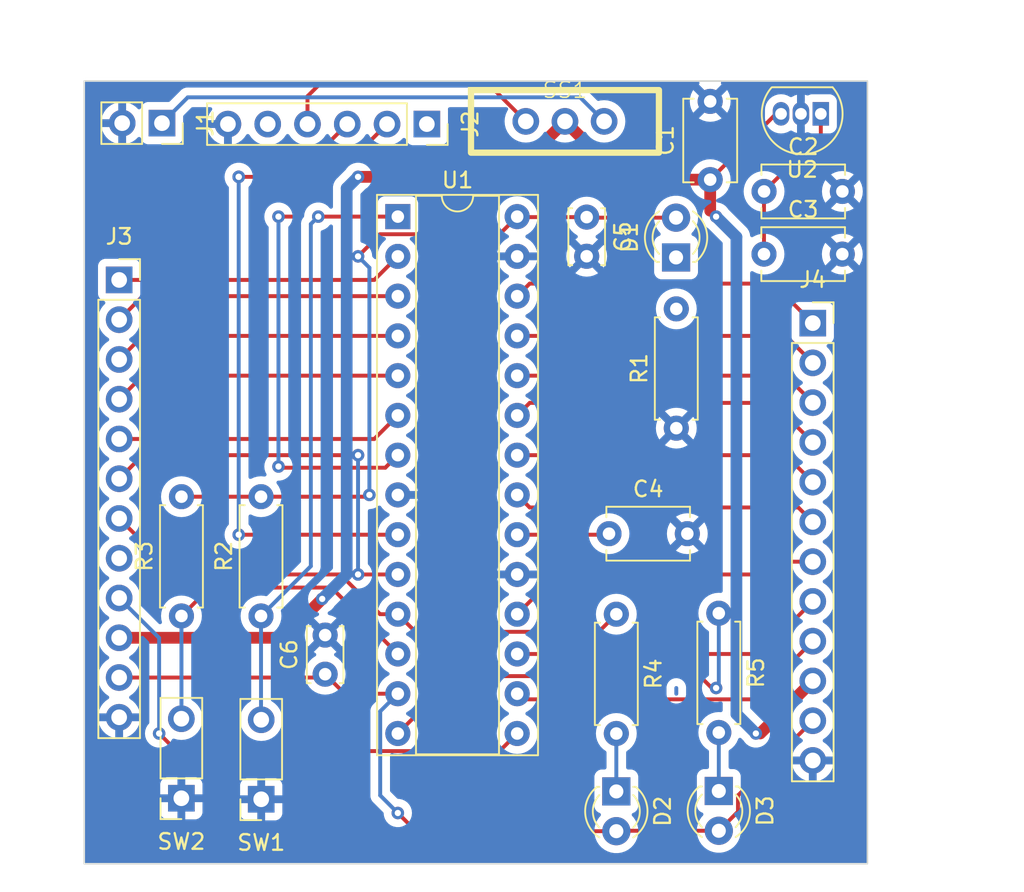
<source format=kicad_pcb>
(kicad_pcb (version 20221018) (generator pcbnew)
  (layers (0 "F.Cu" signal) (31 "B.Cu" signal) (34 "B.Paste" user) (35 "F.Paste" user) (36 "B.SilkS" user "B.Silkscreen") (37 "F.SilkS" user "F.Silkscreen") (38 "B.Mask" user) (39 "F.Mask" user) (44 "Edge.Cuts" user))
  (net 0 "")
  (net 1 "/Vin")
  (net 2 "GND")
  (net 3 "+3.3V")
  (net 4 "Net-(U1-VCAP)")
  (net 5 "Net-(D1-K)")
  (net 6 "Net-(D2-K)")
  (net 7 "Net-(D3-K)")
  (net 8 "Net-(J1-Pin_1)")
  (net 10 "/U1TX")
  (net 11 "/U1RX")
  (net 12 "+5V")
  (net 14 "/A0")
  (net 15 "/A1")
  (net 16 "/B0")
  (net 17 "/B1")
  (net 18 "/B2")
  (net 19 "/GREEN")
  (net 20 "/ YELLOW")
  (net 21 "/B6")
  (net 22 "/B15")
  (net 23 "/B14")
  (net 24 "/B13")
  (net 25 "/B12")
  (net 26 "/B11")
  (net 27 "/B10")
  (net 28 "/B9")
  (net 29 "/B8")
  (net 30 "/B7")
  (net 31 "/MCLR")
  (net 32 "/USER")
  (net 33 "/YELLOW")
  (footprint "Capacitor_THT:C_Disc_D5.1mm_W3.2mm_P5.00mm" (layer "F.Cu") (at 183.39847 76.056058)
    (fp_text reference "C3" (at 2.5 -2.85) (layer "F.SilkS"))
    (fp_text value "1 uF")
    (fp_line (start -0.17 -1.721) (end -0.17 -1.055) (stroke (width 0.12)) (layer "F.SilkS"))
    (fp_line (start -0.17 -1.721) (end 5.17 -1.721) (stroke (width 0.12)) (layer "F.SilkS"))
    (fp_line (start -0.17 1.055) (end -0.17 1.721) (stroke (width 0.12)) (layer "F.SilkS"))
    (fp_line (start -0.17 1.721) (end 5.17 1.721) (stroke (width 0.12)) (layer "F.SilkS"))
    (fp_line (start 5.17 -1.721) (end 5.17 -1.055) (stroke (width 0.12)) (layer "F.SilkS"))
    (fp_line (start 5.17 1.055) (end 5.17 1.721) (stroke (width 0.12)) (layer "F.SilkS"))
    (pad "1" thru_hole circle (at 0 0) (size 1.6 1.6) (drill 0.8) (layers "*.Cu" "*.Mask") (net 3 "+3.3V"))
    (pad "2" thru_hole circle (at 5 0) (size 1.6 1.6) (drill 0.8) (layers "*.Cu" "*.Mask") (net 2 "GND"))
  )
  (footprint "Package_DIP:DIP-28_W7.62mm_Socket" (layer "F.Cu") (at 160.02 73.66)
    (fp_text reference "U1" (at 3.81 -2.33) (layer "F.SilkS"))
    (fp_text value "PIC32")
    (fp_line (start -1.33 -1.39) (end -1.33 34.41) (stroke (width 0.12)) (layer "F.SilkS"))
    (fp_line (start -1.33 34.41) (end 8.95 34.41) (stroke (width 0.12)) (layer "F.SilkS"))
    (fp_line (start 1.16 -1.33) (end 1.16 34.35) (stroke (width 0.12)) (layer "F.SilkS"))
    (fp_line (start 1.16 34.35) (end 6.46 34.35) (stroke (width 0.12)) (layer "F.SilkS"))
    (fp_line (start 2.81 -1.33) (end 1.16 -1.33) (stroke (width 0.12)) (layer "F.SilkS"))
    (fp_line (start 6.46 -1.33) (end 4.81 -1.33) (stroke (width 0.12)) (layer "F.SilkS"))
    (fp_line (start 6.46 34.35) (end 6.46 -1.33) (stroke (width 0.12)) (layer "F.SilkS"))
    (fp_line (start 8.95 -1.39) (end -1.33 -1.39) (stroke (width 0.12)) (layer "F.SilkS"))
    (fp_line (start 8.95 34.41) (end 8.95 -1.39) (stroke (width 0.12)) (layer "F.SilkS"))
    (fp_arc (start 4.81 -1.33) (mid 3.81 -0.33) (end 2.81 -1.33) (stroke (width 0.12)) (layer "F.SilkS"))
    (pad "1" thru_hole rect (at 0 0) (size 1.6 1.6) (drill 0.8) (layers "*.Cu" "*.Mask") (net 31 "/MCLR"))
    (pad "2" thru_hole oval (at 0 2.54) (size 1.6 1.6) (drill 0.8) (layers "*.Cu" "*.Mask") (net 14 "/A0"))
    (pad "3" thru_hole oval (at 0 5.08) (size 1.6 1.6) (drill 0.8) (layers "*.Cu" "*.Mask") (net 15 "/A1"))
    (pad "4" thru_hole oval (at 0 7.62) (size 1.6 1.6) (drill 0.8) (layers "*.Cu" "*.Mask") (net 16 "/B0"))
    (pad "5" thru_hole oval (at 0 10.16) (size 1.6 1.6) (drill 0.8) (layers "*.Cu" "*.Mask") (net 17 "/B1"))
    (pad "6" thru_hole oval (at 0 12.7) (size 1.6 1.6) (drill 0.8) (layers "*.Cu" "*.Mask") (net 18 "/B2"))
    (pad "7" thru_hole oval (at 0 15.24) (size 1.6 1.6) (drill 0.8) (layers "*.Cu" "*.Mask") (net 10 "/U1TX"))
    (pad "8" thru_hole oval (at 0 17.78) (size 1.6 1.6) (drill 0.8) (layers "*.Cu" "*.Mask") (net 2 "GND"))
    (pad "9" thru_hole oval (at 0 20.32) (size 1.6 1.6) (drill 0.8) (layers "*.Cu" "*.Mask") (net 11 "/U1RX"))
    (pad "10" thru_hole oval (at 0 22.86) (size 1.6 1.6) (drill 0.8) (layers "*.Cu" "*.Mask") (net 1 "/Vin"))
    (pad "11" thru_hole oval (at 0 25.4) (size 1.6 1.6) (drill 0.8) (layers "*.Cu" "*.Mask") (net 19 "/GREEN"))
    (pad "12" thru_hole oval (at 0 27.94) (size 1.6 1.6) (drill 0.8) (layers "*.Cu" "*.Mask") (net 32 "/USER"))
    (pad "13" thru_hole oval (at 0 30.48) (size 1.6 1.6) (drill 0.8) (layers "*.Cu" "*.Mask") (net 3 "+3.3V"))
    (pad "14" thru_hole oval (at 0 33.02) (size 1.6 1.6) (drill 0.8) (layers "*.Cu" "*.Mask") (net 1 "/Vin"))
    (pad "15" thru_hole oval (at 7.62 33.02) (size 1.6 1.6) (drill 0.8) (layers "*.Cu" "*.Mask") (net 21 "/B6"))
    (pad "16" thru_hole oval (at 7.62 30.48) (size 1.6 1.6) (drill 0.8) (layers "*.Cu" "*.Mask") (net 30 "/B7"))
    (pad "17" thru_hole oval (at 7.62 27.94) (size 1.6 1.6) (drill 0.8) (layers "*.Cu" "*.Mask") (net 29 "/B8"))
    (pad "18" thru_hole oval (at 7.62 25.4) (size 1.6 1.6) (drill 0.8) (layers "*.Cu" "*.Mask") (net 28 "/B9"))
    (pad "19" thru_hole oval (at 7.62 22.86) (size 1.6 1.6) (drill 0.8) (layers "*.Cu" "*.Mask") (net 2 "GND"))
    (pad "20" thru_hole oval (at 7.62 20.32) (size 1.6 1.6) (drill 0.8) (layers "*.Cu" "*.Mask") (net 4 "Net-(U1-VCAP)"))
    (pad "21" thru_hole oval (at 7.62 17.78) (size 1.6 1.6) (drill 0.8) (layers "*.Cu" "*.Mask") (net 27 "/B10"))
    (pad "22" thru_hole oval (at 7.62 15.24) (size 1.6 1.6) (drill 0.8) (layers "*.Cu" "*.Mask") (net 26 "/B11"))
    (pad "23" thru_hole oval (at 7.62 12.7) (size 1.6 1.6) (drill 0.8) (layers "*.Cu" "*.Mask") (net 25 "/B12"))
    (pad "24" thru_hole oval (at 7.62 10.16) (size 1.6 1.6) (drill 0.8) (layers "*.Cu" "*.Mask") (net 24 "/B13"))
    (pad "25" thru_hole oval (at 7.62 7.62) (size 1.6 1.6) (drill 0.8) (layers "*.Cu" "*.Mask") (net 23 "/B14"))
    (pad "26" thru_hole oval (at 7.62 5.08) (size 1.6 1.6) (drill 0.8) (layers "*.Cu" "*.Mask") (net 22 "/B15"))
    (pad "27" thru_hole oval (at 7.62 2.54) (size 1.6 1.6) (drill 0.8) (layers "*.Cu" "*.Mask") (net 2 "GND"))
    (pad "28" thru_hole oval (at 7.62 0) (size 1.6 1.6) (drill 0.8) (layers "*.Cu" "*.Mask") (net 1 "/Vin"))
  )
  (footprint "HW4_FootprintLibrary:PushButton" (layer "F.Cu") (at 146.199263 110.81721 180)
    (fp_text reference "SW2" (at 0 -2.77) (layer "F.SilkS"))
    (fp_text value "USER")
    (fp_line (start -1.33 1.27) (end -1.33 6.41) (stroke (width 0.12)) (layer "F.SilkS"))
    (fp_line (start -1.33 1.27) (end 1.33 1.27) (stroke (width 0.12)) (layer "F.SilkS"))
    (fp_line (start -1.33 6.41) (end 1.33 6.41) (stroke (width 0.12)) (layer "F.SilkS"))
    (fp_line (start 0 -1.33) (end 1.33 -1.33) (stroke (width 0.12)) (layer "F.SilkS"))
    (fp_line (start 1.33 -1.33) (end 1.33 0) (stroke (width 0.12)) (layer "F.SilkS"))
    (fp_line (start 1.33 1.27) (end 1.33 6.41) (stroke (width 0.12)) (layer "F.SilkS"))
    (pad "1" thru_hole rect (at 0 0 180) (size 1.7 1.7) (drill 1) (layers "*.Cu" "*.Mask") (net 2 "GND"))
    (pad "2" thru_hole oval (at 0 5.08 180) (size 1.7 1.7) (drill 1) (layers "*.Cu" "*.Mask") (net 32 "/USER"))
  )
  (footprint "HW4_FootprintLibrary:PushButton" (layer "F.Cu") (at 151.298146 110.88258 180)
    (fp_text reference "SW1" (at 0 -2.77) (layer "F.SilkS"))
    (fp_text value "MCLR")
    (fp_line (start -1.33 1.27) (end -1.33 6.41) (stroke (width 0.12)) (layer "F.SilkS"))
    (fp_line (start -1.33 1.27) (end 1.33 1.27) (stroke (width 0.12)) (layer "F.SilkS"))
    (fp_line (start -1.33 6.41) (end 1.33 6.41) (stroke (width 0.12)) (layer "F.SilkS"))
    (fp_line (start 0 -1.33) (end 1.33 -1.33) (stroke (width 0.12)) (layer "F.SilkS"))
    (fp_line (start 1.33 -1.33) (end 1.33 0) (stroke (width 0.12)) (layer "F.SilkS"))
    (fp_line (start 1.33 1.27) (end 1.33 6.41) (stroke (width 0.12)) (layer "F.SilkS"))
    (pad "1" thru_hole rect (at 0 0 180) (size 1.7 1.7) (drill 1) (layers "*.Cu" "*.Mask") (net 2 "GND"))
    (pad "2" thru_hole oval (at 0 5.08 180) (size 1.7 1.7) (drill 1) (layers "*.Cu" "*.Mask") (net 31 "/MCLR"))
  )
  (footprint "Capacitor_THT:C_Disc_D5.1mm_W3.2mm_P5.00mm" (layer "F.Cu") (at 179.964017 71.298434 90)
    (fp_text reference "C1" (at 2.5 -2.85 90) (layer "F.SilkS"))
    (fp_text value "1 uF")
    (fp_line (start -0.17 -1.721) (end -0.17 -1.055) (stroke (width 0.12)) (layer "F.SilkS"))
    (fp_line (start -0.17 -1.721) (end 5.17 -1.721) (stroke (width 0.12)) (layer "F.SilkS"))
    (fp_line (start -0.17 1.055) (end -0.17 1.721) (stroke (width 0.12)) (layer "F.SilkS"))
    (fp_line (start -0.17 1.721) (end 5.17 1.721) (stroke (width 0.12)) (layer "F.SilkS"))
    (fp_line (start 5.17 -1.721) (end 5.17 -1.055) (stroke (width 0.12)) (layer "F.SilkS"))
    (fp_line (start 5.17 1.055) (end 5.17 1.721) (stroke (width 0.12)) (layer "F.SilkS"))
    (pad "1" thru_hole circle (at 0 0 90) (size 1.6 1.6) (drill 0.8) (layers "*.Cu" "*.Mask") (net 1 "/Vin"))
    (pad "2" thru_hole circle (at 5 0 90) (size 1.6 1.6) (drill 0.8) (layers "*.Cu" "*.Mask") (net 2 "GND"))
  )
  (footprint "LED_THT:LED_D3.0mm" (layer "F.Cu") (at 180.513538 110.354253 -90)
    (fp_text reference "D3" (at 1.27 -2.96 90) (layer "F.SilkS"))
    (fp_text value "YELLOW")
    (fp_line (start -0.29 -1.236) (end -0.29 -1.08) (stroke (width 0.12)) (layer "F.SilkS"))
    (fp_line (start -0.29 1.08) (end -0.29 1.236) (stroke (width 0.12)) (layer "F.SilkS"))
    (fp_arc (start -0.29 -1.235516) (mid 1.366487 -1.987659) (end 2.942335 -1.078608) (stroke (width 0.12)) (layer "F.SilkS"))
    (fp_arc (start 0.229039 -1.08) (mid 1.270117 -1.5) (end 2.31113 -1.079837) (stroke (width 0.12)) (layer "F.SilkS"))
    (fp_arc (start 2.31113 1.079837) (mid 1.270117 1.5) (end 0.229039 1.08) (stroke (width 0.12)) (layer "F.SilkS"))
    (fp_arc (start 2.942335 1.078608) (mid 1.366487 1.987659) (end -0.29 1.235516) (stroke (width 0.12)) (layer "F.SilkS"))
    (pad "1" thru_hole rect (at 0 0 270) (size 1.8 1.8) (drill 0.9) (layers "*.Cu" "*.Mask") (net 7 "Net-(D3-K)"))
    (pad "2" thru_hole circle (at 2.54 0 270) (size 1.8 1.8) (drill 0.9) (layers "*.Cu" "*.Mask") (net 3 "+3.3V"))
  )
  (footprint "Connector_PinSocket_2.54mm:PinSocket_1x06_P2.54mm_Vertical" (layer "F.Cu") (at 161.872827 67.749445 -90)
    (fp_text reference "J2" (at 0 -2.77 90) (layer "F.SilkS"))
    (fp_text value "CP2102")
    (fp_line (start -1.33 1.27) (end -1.33 14.03) (stroke (width 0.12)) (layer "F.SilkS"))
    (fp_line (start -1.33 1.27) (end 1.33 1.27) (stroke (width 0.12)) (layer "F.SilkS"))
    (fp_line (start -1.33 14.03) (end 1.33 14.03) (stroke (width 0.12)) (layer "F.SilkS"))
    (fp_line (start 0 -1.33) (end 1.33 -1.33) (stroke (width 0.12)) (layer "F.SilkS"))
    (fp_line (start 1.33 -1.33) (end 1.33 0) (stroke (width 0.12)) (layer "F.SilkS"))
    (fp_line (start 1.33 1.27) (end 1.33 14.03) (stroke (width 0.12)) (layer "F.SilkS"))
    (pad "1" thru_hole rect (at 0 0 270) (size 1.7 1.7) (drill 1) (layers "*.Cu" "*.Mask"))
    (pad "2" thru_hole oval (at 0 2.54 270) (size 1.7 1.7) (drill 1) (layers "*.Cu" "*.Mask") (net 10 "/U1TX"))
    (pad "3" thru_hole oval (at 0 5.08 270) (size 1.7 1.7) (drill 1) (layers "*.Cu" "*.Mask") (net 11 "/U1RX"))
    (pad "4" thru_hole oval (at 0 7.62 270) (size 1.7 1.7) (drill 1) (layers "*.Cu" "*.Mask") (net 12 "+5V"))
    (pad "5" thru_hole oval (at 0 10.16 270) (size 1.7 1.7) (drill 1) (layers "*.Cu" "*.Mask"))
    (pad "6" thru_hole oval (at 0 12.7 270) (size 1.7 1.7) (drill 1) (layers "*.Cu" "*.Mask") (net 2 "GND"))
  )
  (footprint "Capacitor_THT:C_Disc_D3.4mm_W2.1mm_P2.50mm" (layer "F.Cu") (at 172.07851 73.692196 -90)
    (fp_text reference "C5" (at 1.25 -2.3 90) (layer "F.SilkS"))
    (fp_text value "0.1 uF")
    (fp_line (start -0.57 -1.17) (end -0.57 -0.925) (stroke (width 0.12)) (layer "F.SilkS"))
    (fp_line (start -0.57 -1.17) (end 3.07 -1.17) (stroke (width 0.12)) (layer "F.SilkS"))
    (fp_line (start -0.57 0.925) (end -0.57 1.17) (stroke (width 0.12)) (layer "F.SilkS"))
    (fp_line (start -0.57 1.17) (end 3.07 1.17) (stroke (width 0.12)) (layer "F.SilkS"))
    (fp_line (start 3.07 -1.17) (end 3.07 -0.925) (stroke (width 0.12)) (layer "F.SilkS"))
    (fp_line (start 3.07 0.925) (end 3.07 1.17) (stroke (width 0.12)) (layer "F.SilkS"))
    (pad "1" thru_hole circle (at 0 0 270) (size 1.6 1.6) (drill 0.8) (layers "*.Cu" "*.Mask") (net 1 "/Vin"))
    (pad "2" thru_hole circle (at 2.5 0 270) (size 1.6 1.6) (drill 0.8) (layers "*.Cu" "*.Mask") (net 2 "GND"))
  )
  (footprint "Resistor_THT:R_Axial_DIN0207_L6.3mm_D2.5mm_P7.62mm_Horizontal" (layer "F.Cu") (at 177.799999 87.174932 90)
    (fp_text reference "R1" (at 3.81 -2.37 90) (layer "F.SilkS"))
    (fp_text value "330")
    (fp_line (start 0.54 -1.37) (end 7.08 -1.37) (stroke (width 0.12)) (layer "F.SilkS"))
    (fp_line (start 0.54 -1.04) (end 0.54 -1.37) (stroke (width 0.12)) (layer "F.SilkS"))
    (fp_line (start 0.54 1.04) (end 0.54 1.37) (stroke (width 0.12)) (layer "F.SilkS"))
    (fp_line (start 0.54 1.37) (end 7.08 1.37) (stroke (width 0.12)) (layer "F.SilkS"))
    (fp_line (start 7.08 -1.37) (end 7.08 -1.04) (stroke (width 0.12)) (layer "F.SilkS"))
    (fp_line (start 7.08 1.37) (end 7.08 1.04) (stroke (width 0.12)) (layer "F.SilkS"))
    (pad "1" thru_hole circle (at 0 0 90) (size 1.6 1.6) (drill 0.8) (layers "*.Cu" "*.Mask") (net 2 "GND"))
    (pad "2" thru_hole oval (at 7.62 0 90) (size 1.6 1.6) (drill 0.8) (layers "*.Cu" "*.Mask") (net 5 "Net-(D1-K)"))
  )
  (footprint "LED_THT:LED_D3.0mm" (layer "F.Cu") (at 173.970788 110.38029 -90)
    (fp_text reference "D2" (at 1.27 -2.96 90) (layer "F.SilkS"))
    (fp_text value "GREEN")
    (fp_line (start -0.29 -1.236) (end -0.29 -1.08) (stroke (width 0.12)) (layer "F.SilkS"))
    (fp_line (start -0.29 1.08) (end -0.29 1.236) (stroke (width 0.12)) (layer "F.SilkS"))
    (fp_arc (start -0.29 -1.235516) (mid 1.366487 -1.987659) (end 2.942335 -1.078608) (stroke (width 0.12)) (layer "F.SilkS"))
    (fp_arc (start 0.229039 -1.08) (mid 1.270117 -1.5) (end 2.31113 -1.079837) (stroke (width 0.12)) (layer "F.SilkS"))
    (fp_arc (start 2.31113 1.079837) (mid 1.270117 1.5) (end 0.229039 1.08) (stroke (width 0.12)) (layer "F.SilkS"))
    (fp_arc (start 2.942335 1.078608) (mid 1.366487 1.987659) (end -0.29 1.235516) (stroke (width 0.12)) (layer "F.SilkS"))
    (pad "1" thru_hole rect (at 0 0 270) (size 1.8 1.8) (drill 0.9) (layers "*.Cu" "*.Mask") (net 6 "Net-(D2-K)"))
    (pad "2" thru_hole circle (at 2.54 0 270) (size 1.8 1.8) (drill 0.9) (layers "*.Cu" "*.Mask") (net 3 "+3.3V"))
  )
  (footprint "Resistor_THT:R_Axial_DIN0207_L6.3mm_D2.5mm_P7.62mm_Horizontal" (layer "F.Cu") (at 146.205337 99.172314 90)
    (fp_text reference "R3" (at 3.81 -2.37 90) (layer "F.SilkS"))
    (fp_text value "10k")
    (fp_line (start 0.54 -1.37) (end 7.08 -1.37) (stroke (width 0.12)) (layer "F.SilkS"))
    (fp_line (start 0.54 -1.04) (end 0.54 -1.37) (stroke (width 0.12)) (layer "F.SilkS"))
    (fp_line (start 0.54 1.04) (end 0.54 1.37) (stroke (width 0.12)) (layer "F.SilkS"))
    (fp_line (start 0.54 1.37) (end 7.08 1.37) (stroke (width 0.12)) (layer "F.SilkS"))
    (fp_line (start 7.08 -1.37) (end 7.08 -1.04) (stroke (width 0.12)) (layer "F.SilkS"))
    (fp_line (start 7.08 1.37) (end 7.08 1.04) (stroke (width 0.12)) (layer "F.SilkS"))
    (pad "1" thru_hole circle (at 0 0 90) (size 1.6 1.6) (drill 0.8) (layers "*.Cu" "*.Mask") (net 32 "/USER"))
    (pad "2" thru_hole oval (at 7.62 0 90) (size 1.6 1.6) (drill 0.8) (layers "*.Cu" "*.Mask") (net 1 "/Vin"))
  )
  (footprint "Connector_PinSocket_2.54mm:PinSocket_1x12_P2.54mm_Vertical" (layer "F.Cu") (at 142.227964 77.705492)
    (fp_text reference "J3" (at 0 -2.77) (layer "F.SilkS"))
    (fp_text value "LEFT")
    (fp_line (start -1.33 1.27) (end -1.33 29.27) (stroke (width 0.12)) (layer "F.SilkS"))
    (fp_line (start -1.33 1.27) (end 1.33 1.27) (stroke (width 0.12)) (layer "F.SilkS"))
    (fp_line (start -1.33 29.27) (end 1.33 29.27) (stroke (width 0.12)) (layer "F.SilkS"))
    (fp_line (start 0 -1.33) (end 1.33 -1.33) (stroke (width 0.12)) (layer "F.SilkS"))
    (fp_line (start 1.33 -1.33) (end 1.33 0) (stroke (width 0.12)) (layer "F.SilkS"))
    (fp_line (start 1.33 1.27) (end 1.33 29.27) (stroke (width 0.12)) (layer "F.SilkS"))
    (pad "1" thru_hole rect (at 0 0) (size 1.7 1.7) (drill 1) (layers "*.Cu" "*.Mask") (net 14 "/A0"))
    (pad "2" thru_hole oval (at 0 2.54) (size 1.7 1.7) (drill 1) (layers "*.Cu" "*.Mask") (net 15 "/A1"))
    (pad "3" thru_hole oval (at 0 5.08) (size 1.7 1.7) (drill 1) (layers "*.Cu" "*.Mask") (net 16 "/B0"))
    (pad "4" thru_hole oval (at 0 7.62) (size 1.7 1.7) (drill 1) (layers "*.Cu" "*.Mask") (net 17 "/B1"))
    (pad "5" thru_hole oval (at 0 10.16) (size 1.7 1.7) (drill 1) (layers "*.Cu" "*.Mask") (net 18 "/B2"))
    (pad "6" thru_hole oval (at 0 12.7) (size 1.7 1.7) (drill 1) (layers "*.Cu" "*.Mask") (net 1 "/Vin"))
    (pad "7" thru_hole oval (at 0 15.24) (size 1.7 1.7) (drill 1) (layers "*.Cu" "*.Mask") (net 19 "/GREEN"))
    (pad "8" thru_hole oval (at 0 17.78) (size 1.7 1.7) (drill 1) (layers "*.Cu" "*.Mask") (net 20 "/ YELLOW"))
    (pad "9" thru_hole oval (at 0 20.32) (size 1.7 1.7) (drill 1) (layers "*.Cu" "*.Mask") (net 21 "/B6"))
    (pad "10" thru_hole oval (at 0 22.86) (size 1.7 1.7) (drill 1) (layers "*.Cu" "*.Mask") (net 1 "/Vin"))
    (pad "11" thru_hole oval (at 0 25.4) (size 1.7 1.7) (drill 1) (layers "*.Cu" "*.Mask") (net 3 "+3.3V"))
    (pad "12" thru_hole oval (at 0 27.94) (size 1.7 1.7) (drill 1) (layers "*.Cu" "*.Mask") (net 2 "GND"))
  )
  (footprint "Package_TO_SOT_THT:TO-92L_Inline" (layer "F.Cu") (at 187.026846 67.094734 180)
    (fp_text reference "U2" (at 1.19 -3.56) (layer "F.SilkS"))
    (fp_text value "AP7381-33V")
    (fp_line (start -0.75 1.7) (end 3.1 1.7) (stroke (width 0.12)) (layer "F.SilkS"))
    (fp_arc (start -0.75 1.7) (mid 1.183448 -2.579449) (end 3.138611 1.690122) (stroke (width 0.12)) (layer "F.SilkS"))
    (pad "1" thru_hole rect (at 0 0 180) (size 1.05 1.5) (drill 0.75) (layers "*.Cu" "*.Mask") (net 3 "+3.3V"))
    (pad "2" thru_hole oval (at 1.27 0 180) (size 1.05 1.5) (drill 0.75) (layers "*.Cu" "*.Mask") (net 2 "GND"))
    (pad "3" thru_hole oval (at 2.54 0 180) (size 1.05 1.5) (drill 0.75) (layers "*.Cu" "*.Mask") (net 1 "/Vin"))
  )
  (footprint "Capacitor_THT:C_Disc_D5.1mm_W3.2mm_P5.00mm" (layer "F.Cu") (at 183.403497 72.05119)
    (fp_text reference "C2" (at 2.5 -2.85) (layer "F.SilkS"))
    (fp_text value "1 uF")
    (fp_line (start -0.17 -1.721) (end -0.17 -1.055) (stroke (width 0.12)) (layer "F.SilkS"))
    (fp_line (start -0.17 -1.721) (end 5.17 -1.721) (stroke (width 0.12)) (layer "F.SilkS"))
    (fp_line (start -0.17 1.055) (end -0.17 1.721) (stroke (width 0.12)) (layer "F.SilkS"))
    (fp_line (start -0.17 1.721) (end 5.17 1.721) (stroke (width 0.12)) (layer "F.SilkS"))
    (fp_line (start 5.17 -1.721) (end 5.17 -1.055) (stroke (width 0.12)) (layer "F.SilkS"))
    (fp_line (start 5.17 1.055) (end 5.17 1.721) (stroke (width 0.12)) (layer "F.SilkS"))
    (pad "1" thru_hole circle (at 0 0) (size 1.6 1.6) (drill 0.8) (layers "*.Cu" "*.Mask") (net 3 "+3.3V"))
    (pad "2" thru_hole circle (at 5 0) (size 1.6 1.6) (drill 0.8) (layers "*.Cu" "*.Mask") (net 2 "GND"))
  )
  (footprint "Capacitor_THT:C_Disc_D5.1mm_W3.2mm_P5.00mm" (layer "F.Cu") (at 173.503559 93.915536)
    (fp_text reference "C4" (at 2.5 -2.85) (layer "F.SilkS"))
    (fp_text value "1 uF")
    (fp_line (start -0.17 -1.721) (end -0.17 -1.055) (stroke (width 0.12)) (layer "F.SilkS"))
    (fp_line (start -0.17 -1.721) (end 5.17 -1.721) (stroke (width 0.12)) (layer "F.SilkS"))
    (fp_line (start -0.17 1.055) (end -0.17 1.721) (stroke (width 0.12)) (layer "F.SilkS"))
    (fp_line (start -0.17 1.721) (end 5.17 1.721) (stroke (width 0.12)) (layer "F.SilkS"))
    (fp_line (start 5.17 -1.721) (end 5.17 -1.055) (stroke (width 0.12)) (layer "F.SilkS"))
    (fp_line (start 5.17 1.055) (end 5.17 1.721) (stroke (width 0.12)) (layer "F.SilkS"))
    (pad "1" thru_hole circle (at 0 0) (size 1.6 1.6) (drill 0.8) (layers "*.Cu" "*.Mask") (net 4 "Net-(U1-VCAP)"))
    (pad "2" thru_hole circle (at 5 0) (size 1.6 1.6) (drill 0.8) (layers "*.Cu" "*.Mask") (net 2 "GND"))
  )
  (footprint "Resistor_THT:R_Axial_DIN0207_L6.3mm_D2.5mm_P7.62mm_Horizontal" (layer "F.Cu") (at 180.513538 98.99617 -90)
    (fp_text reference "R5" (at 3.81 -2.37 90) (layer "F.SilkS"))
    (fp_text value "330")
    (fp_line (start 0.54 -1.37) (end 7.08 -1.37) (stroke (width 0.12)) (layer "F.SilkS"))
    (fp_line (start 0.54 -1.04) (end 0.54 -1.37) (stroke (width 0.12)) (layer "F.SilkS"))
    (fp_line (start 0.54 1.04) (end 0.54 1.37) (stroke (width 0.12)) (layer "F.SilkS"))
    (fp_line (start 0.54 1.37) (end 7.08 1.37) (stroke (width 0.12)) (layer "F.SilkS"))
    (fp_line (start 7.08 -1.37) (end 7.08 -1.04) (stroke (width 0.12)) (layer "F.SilkS"))
    (fp_line (start 7.08 1.37) (end 7.08 1.04) (stroke (width 0.12)) (layer "F.SilkS"))
    (pad "1" thru_hole circle (at 0 0 270) (size 1.6 1.6) (drill 0.8) (layers "*.Cu" "*.Mask") (net 1 "/Vin"))
    (pad "2" thru_hole oval (at 7.62 0 270) (size 1.6 1.6) (drill 0.8) (layers "*.Cu" "*.Mask") (net 7 "Net-(D3-K)"))
  )
  (footprint "HW4_FootprintLibrary:SlideSwitch" (layer "F.Cu") (at 170.69176 67.576324)
    (fp_text reference "SS1" (at 0 -2 unlocked) (layer "F.SilkS") (effects (font (thickness 0.1))))
    (fp_text value "SLIDE")
    (fp_rect (start -6 -2) (end 6 2) (stroke (width 0.4)) (fill none) (layer "F.SilkS"))
    (pad "1" thru_hole circle (at -2.5 0) (size 1.7 1.7) (drill 1) (layers "*.Cu" "*.Mask") (net 12 "+5V"))
    (pad "2" thru_hole circle (at 0 0) (size 1.7 1.7) (drill 1) (layers "*.Cu" "*.Mask") (net 1 "/Vin"))
    (pad "3" thru_hole circle (at 2.5 0) (size 1.7 1.7) (drill 1) (layers "*.Cu" "*.Mask") (net 8 "Net-(J1-Pin_1)"))
  )
  (footprint "LED_THT:LED_D3.0mm" (layer "F.Cu") (at 177.784393 76.267525 90)
    (fp_text reference "D1" (at 1.27 -2.96 90) (layer "F.SilkS"))
    (fp_text value "RED")
    (fp_line (start -0.29 -1.236) (end -0.29 -1.08) (stroke (width 0.12)) (layer "F.SilkS"))
    (fp_line (start -0.29 1.08) (end -0.29 1.236) (stroke (width 0.12)) (layer "F.SilkS"))
    (fp_arc (start -0.29 -1.235516) (mid 1.366487 -1.987659) (end 2.942335 -1.078608) (stroke (width 0.12)) (layer "F.SilkS"))
    (fp_arc (start 0.229039 -1.08) (mid 1.270117 -1.5) (end 2.31113 -1.079837) (stroke (width 0.12)) (layer "F.SilkS"))
    (fp_arc (start 2.31113 1.079837) (mid 1.270117 1.5) (end 0.229039 1.08) (stroke (width 0.12)) (layer "F.SilkS"))
    (fp_arc (start 2.942335 1.078608) (mid 1.366487 1.987659) (end -0.29 1.235516) (stroke (width 0.12)) (layer "F.SilkS"))
    (pad "1" thru_hole rect (at 0 0 90) (size 1.8 1.8) (drill 0.9) (layers "*.Cu" "*.Mask") (net 5 "Net-(D1-K)"))
    (pad "2" thru_hole circle (at 2.54 0 90) (size 1.8 1.8) (drill 0.9) (layers "*.Cu" "*.Mask") (net 1 "/Vin"))
  )
  (footprint "Connector_PinSocket_2.54mm:PinSocket_1x02_P2.54mm_Vertical" (layer "F.Cu") (at 144.961617 67.688714 -90)
    (fp_text reference "J1" (at 0 -2.77 90) (layer "F.SilkS"))
    (fp_text value "BATTERY")
    (fp_line (start -1.33 1.27) (end -1.33 3.87) (stroke (width 0.12)) (layer "F.SilkS"))
    (fp_line (start -1.33 1.27) (end 1.33 1.27) (stroke (width 0.12)) (layer "F.SilkS"))
    (fp_line (start -1.33 3.87) (end 1.33 3.87) (stroke (width 0.12)) (layer "F.SilkS"))
    (fp_line (start 0 -1.33) (end 1.33 -1.33) (stroke (width 0.12)) (layer "F.SilkS"))
    (fp_line (start 1.33 -1.33) (end 1.33 0) (stroke (width 0.12)) (layer "F.SilkS"))
    (fp_line (start 1.33 1.27) (end 1.33 3.87) (stroke (width 0.12)) (layer "F.SilkS"))
    (pad "1" thru_hole rect (at 0 0 270) (size 1.7 1.7) (drill 1) (layers "*.Cu" "*.Mask") (net 8 "Net-(J1-Pin_1)"))
    (pad "2" thru_hole oval (at 0 2.54 270) (size 1.7 1.7) (drill 1) (layers "*.Cu" "*.Mask") (net 2 "GND"))
  )
  (footprint "Resistor_THT:R_Axial_DIN0207_L6.3mm_D2.5mm_P7.62mm_Horizontal" (layer "F.Cu") (at 151.285337 99.172314 90)
    (fp_text reference "R2" (at 3.81 -2.37 90) (layer "F.SilkS"))
    (fp_text value "10k")
    (fp_line (start 0.54 -1.37) (end 7.08 -1.37) (stroke (width 0.12)) (layer "F.SilkS"))
    (fp_line (start 0.54 -1.04) (end 0.54 -1.37) (stroke (width 0.12)) (layer "F.SilkS"))
    (fp_line (start 0.54 1.04) (end 0.54 1.37) (stroke (width 0.12)) (layer "F.SilkS"))
    (fp_line (start 0.54 1.37) (end 7.08 1.37) (stroke (width 0.12)) (layer "F.SilkS"))
    (fp_line (start 7.08 -1.37) (end 7.08 -1.04) (stroke (width 0.12)) (layer "F.SilkS"))
    (fp_line (start 7.08 1.37) (end 7.08 1.04) (stroke (width 0.12)) (layer "F.SilkS"))
    (pad "1" thru_hole circle (at 0 0 90) (size 1.6 1.6) (drill 0.8) (layers "*.Cu" "*.Mask") (net 31 "/MCLR"))
    (pad "2" thru_hole oval (at 7.62 0 90) (size 1.6 1.6) (drill 0.8) (layers "*.Cu" "*.Mask") (net 1 "/Vin"))
  )
  (footprint "Resistor_THT:R_Axial_DIN0207_L6.3mm_D2.5mm_P7.62mm_Horizontal" (layer "F.Cu") (at 173.970788 99.060631 -90)
    (fp_text reference "R4" (at 3.81 -2.37 90) (layer "F.SilkS"))
    (fp_text value "330")
    (fp_line (start 0.54 -1.37) (end 7.08 -1.37) (stroke (width 0.12)) (layer "F.SilkS"))
    (fp_line (start 0.54 -1.04) (end 0.54 -1.37) (stroke (width 0.12)) (layer "F.SilkS"))
    (fp_line (start 0.54 1.04) (end 0.54 1.37) (stroke (width 0.12)) (layer "F.SilkS"))
    (fp_line (start 0.54 1.37) (end 7.08 1.37) (stroke (width 0.12)) (layer "F.SilkS"))
    (fp_line (start 7.08 -1.37) (end 7.08 -1.04) (stroke (width 0.12)) (layer "F.SilkS"))
    (fp_line (start 7.08 1.37) (end 7.08 1.04) (stroke (width 0.12)) (layer "F.SilkS"))
    (pad "1" thru_hole circle (at 0 0 270) (size 1.6 1.6) (drill 0.8) (layers "*.Cu" "*.Mask") (net 19 "/GREEN"))
    (pad "2" thru_hole oval (at 7.62 0 270) (size 1.6 1.6) (drill 0.8) (layers "*.Cu" "*.Mask") (net 6 "Net-(D2-K)"))
  )
  (footprint "Capacitor_THT:C_Disc_D3.4mm_W2.1mm_P2.50mm" (layer "F.Cu") (at 155.380773 102.893097 90)
    (fp_text reference "C6" (at 1.25 -2.3 90) (layer "F.SilkS"))
    (fp_text value "0.1 uF")
    (fp_line (start -0.57 -1.17) (end -0.57 -0.925) (stroke (width 0.12)) (layer "F.SilkS"))
    (fp_line (start -0.57 -1.17) (end 3.07 -1.17) (stroke (width 0.12)) (layer "F.SilkS"))
    (fp_line (start -0.57 0.925) (end -0.57 1.17) (stroke (width 0.12)) (layer "F.SilkS"))
    (fp_line (start -0.57 1.17) (end 3.07 1.17) (stroke (width 0.12)) (layer "F.SilkS"))
    (fp_line (start 3.07 -1.17) (end 3.07 -0.925) (stroke (width 0.12)) (layer "F.SilkS"))
    (fp_line (start 3.07 0.925) (end 3.07 1.17) (stroke (width 0.12)) (layer "F.SilkS"))
    (pad "1" thru_hole circle (at 0 0 90) (size 1.6 1.6) (drill 0.8) (layers "*.Cu" "*.Mask") (net 3 "+3.3V"))
    (pad "2" thru_hole circle (at 2.5 0 90) (size 1.6 1.6) (drill 0.8) (layers "*.Cu" "*.Mask") (net 2 "GND"))
  )
  (footprint "Connector_PinSocket_2.54mm:PinSocket_1x12_P2.54mm_Vertical" (layer "F.Cu") (at 186.512647 80.463038)
    (fp_text reference "J4" (at 0 -2.77) (layer "F.SilkS"))
    (fp_text value "RIGHT")
    (fp_line (start -1.33 1.27) (end -1.33 29.27) (stroke (width 0.12)) (layer "F.SilkS"))
    (fp_line (start -1.33 1.27) (end 1.33 1.27) (stroke (width 0.12)) (layer "F.SilkS"))
    (fp_line (start -1.33 29.27) (end 1.33 29.27) (stroke (width 0.12)) (layer "F.SilkS"))
    (fp_line (start 0 -1.33) (end 1.33 -1.33) (stroke (width 0.12)) (layer "F.SilkS"))
    (fp_line (start 1.33 -1.33) (end 1.33 0) (stroke (width 0.12)) (layer "F.SilkS"))
    (fp_line (start 1.33 1.27) (end 1.33 29.27) (stroke (width 0.12)) (layer "F.SilkS"))
    (pad "1" thru_hole rect (at 0 0) (size 1.7 1.7) (drill 1) (layers "*.Cu" "*.Mask") (net 22 "/B15"))
    (pad "2" thru_hole oval (at 0 2.54) (size 1.7 1.7) (drill 1) (layers "*.Cu" "*.Mask") (net 23 "/B14"))
    (pad "3" thru_hole oval (at 0 5.08) (size 1.7 1.7) (drill 1) (layers "*.Cu" "*.Mask") (net 24 "/B13"))
    (pad "4" thru_hole oval (at 0 7.62) (size 1.7 1.7) (drill 1) (layers "*.Cu" "*.Mask") (net 25 "/B12"))
    (pad "5" thru_hole oval (at 0 10.16) (size 1.7 1.7) (drill 1) (layers "*.Cu" "*.Mask") (net 26 "/B11"))
    (pad "6" thru_hole oval (at 0 12.7) (size 1.7 1.7) (drill 1) (layers "*.Cu" "*.Mask") (net 27 "/B10"))
    (pad "7" thru_hole oval (at 0 15.24) (size 1.7 1.7) (drill 1) (layers "*.Cu" "*.Mask") (net 28 "/B9"))
    (pad "8" thru_hole oval (at 0 17.78) (size 1.7 1.7) (drill 1) (layers "*.Cu" "*.Mask") (net 29 "/B8"))
    (pad "9" thru_hole oval (at 0 20.32) (size 1.7 1.7) (drill 1) (layers "*.Cu" "*.Mask") (net 30 "/B7"))
    (pad "10" thru_hole oval (at 0 22.86) (size 1.7 1.7) (drill 1) (layers "*.Cu" "*.Mask") (net 1 "/Vin"))
    (pad "11" thru_hole oval (at 0 25.4) (size 1.7 1.7) (drill 1) (layers "*.Cu" "*.Mask") (net 3 "+3.3V"))
    (pad "12" thru_hole oval (at 0 27.94) (size 1.7 1.7) (drill 1) (layers "*.Cu" "*.Mask") (net 2 "GND"))
  )
  (gr_rect (start 140 65) (end 190 115) (stroke (width 0.1)) (fill none) (layer "Edge.Cuts"))
  (segment (start 183.155685 106.68) (end 182.88 106.68) (width 0.25) (layer "F.Cu") (net 1))
  (segment (start 170.69176 67.576324) (end 167.148084 71.12) (width 0.75) (layer "F.Cu") (net 1))
  (segment (start 157.48 96.52) (end 160.02 96.52) (width 0.25) (layer "F.Cu") (net 1))
  (segment (start 172.07851 73.692196) (end 167.672196 73.692196) (width 0.25) (layer "F.Cu") (net 1))
  (segment (start 163.685 103.015) (end 179.306962 103.015) (width 0.25) (layer "F.Cu") (net 1))
  (segment (start 186.512647 103.323038) (end 183.155685 106.68) (width 0.75) (layer "F.Cu") (net 1))
  (segment (start 184.167717 67.094734) (end 184.486846 67.094734) (width 0.25) (layer "F.Cu") (net 1))
  (segment (start 177.784393 73.727525) (end 172.113839 73.727525) (width 0.25) (layer "F.Cu") (net 1))
  (segment (start 167.64 73.66) (end 166.515 74.785) (width 0.25) (layer "F.Cu") (net 1))
  (segment (start 172.113839 73.727525) (end 172.07851 73.692196) (width 0.25) (layer "F.Cu") (net 1))
  (segment (start 143.733456 88.9) (end 157.48 88.9) (width 0.25) (layer "F.Cu") (net 1))
  (segment (start 167.148084 71.12) (end 157.48 71.12) (width 0.75) (layer "F.Cu") (net 1))
  (segment (start 158.2045 91.44) (end 158.092186 91.552314) (width 0.25) (layer "F.Cu") (net 1))
  (segment (start 179.964017 73.284017) (end 180.34 73.66) (width 0.25) (layer "F.Cu") (net 1))
  (segment (start 167.672196 73.692196) (end 167.64 73.66) (width 0.25) (layer "F.Cu") (net 1))
  (segment (start 158.895 74.785) (end 157.48 76.2) (width 0.25) (layer "F.Cu") (net 1))
  (segment (start 158.092186 91.552314) (end 151.285337 91.552314) (width 0.25) (layer "F.Cu") (net 1))
  (segment (start 179.964017 71.298434) (end 184.167717 67.094734) (width 0.25) (layer "F.Cu") (net 1))
  (segment (start 166.515 74.785) (end 158.895 74.785) (width 0.25) (layer "F.Cu") (net 1))
  (segment (start 152.707413 100.565492) (end 142.227964 100.565492) (width 0.75) (layer "F.Cu") (net 1))
  (segment (start 170.69176 67.576324) (end 174.41387 71.298434) (width 0.75) (layer "F.Cu") (net 1))
  (segment (start 180.34 104.048038) (end 180.34 103.773538) (width 0.25) (layer "F.Cu") (net 1))
  (segment (start 142.227964 90.405492) (end 143.733456 88.9) (width 0.25) (layer "F.Cu") (net 1))
  (segment (start 174.41387 71.298434) (end 179.964017 71.298434) (width 0.75) (layer "F.Cu") (net 1))
  (segment (start 155.191133 98.081772) (end 152.707413 100.565492) (width 0.75) (layer "F.Cu") (net 1))
  (segment (start 179.964017 71.298434) (end 179.964017 73.284017) (width 0.75) (layer "F.Cu") (net 1))
  (segment (start 160.02 106.68) (end 163.685 103.015) (width 0.25) (layer "F.Cu") (net 1))
  (segment (start 146.205337 91.552314) (end 151.285337 91.552314) (width 0.25) (layer "F.Cu") (net 1))
  (segment (start 179.306962 103.015) (end 180.34 104.048038) (width 0.25) (layer "F.Cu") (net 1))
  (via (at 180.34 73.66) (size 0.8) (drill 0.4) (layers "F.Cu" "B.Cu") (net 1))
  (via (at 180.34 103.773538) (size 0.8) (drill 0.4) (layers "F.Cu" "B.Cu") (net 1))
  (via (at 157.48 76.2) (size 0.8) (drill 0.4) (layers "F.Cu" "B.Cu") (net 1))
  (via (at 157.48 88.9) (size 0.8) (drill 0.4) (layers "F.Cu" "B.Cu") (net 1))
  (via (at 157.48 71.12) (size 0.8) (drill 0.4) (layers "F.Cu" "B.Cu") (net 1))
  (via (at 182.88 106.68) (size 0.8) (drill 0.4) (layers "F.Cu" "B.Cu") (net 1))
  (via (at 158.2045 91.44) (size 0.8) (drill 0.4) (layers "F.Cu" "B.Cu") (net 1))
  (via (at 157.48 96.52) (size 0.8) (drill 0.4) (layers "F.Cu" "B.Cu") (net 1))
  (via (at 155.191133 98.081772) (size 0.8) (drill 0.4) (layers "F.Cu" "B.Cu") (net 1))
  (segment (start 157.93 91.44) (end 158.2045 91.44) (width 0.25) (layer "B.Cu") (net 1))
  (segment (start 181.638538 74.958538) (end 181.638538 105.438538) (width 0.75) (layer "B.Cu") (net 1))
  (segment (start 157.48 71.12) (end 156.755 71.845) (width 0.75) (layer "B.Cu") (net 1))
  (segment (start 156.755 96.517905) (end 155.191133 98.081772) (width 0.75) (layer "B.Cu") (net 1))
  (segment (start 158.205 91.165) (end 157.93 91.44) (width 0.25) (layer "B.Cu") (net 1))
  (segment (start 181.638538 105.438538) (end 182.88 106.68) (width 0.75) (layer "B.Cu") (net 1))
  (segment (start 158.205 76.925) (end 158.205 91.165) (width 0.25) (layer "B.Cu") (net 1))
  (segment (start 156.755 71.845) (end 156.755 96.517905) (width 0.75) (layer "B.Cu") (net 1))
  (segment (start 180.513538 103.6) (end 180.513538 98.99617) (width 0.25) (layer "B.Cu") (net 1))
  (segment (start 180.34 103.773538) (end 180.513538 103.6) (width 0.25) (layer "B.Cu") (net 1))
  (segment (start 157.48 76.2) (end 158.205 76.925) (width 0.25) (layer "B.Cu") (net 1))
  (segment (start 180.34 73.66) (end 181.638538 74.958538) (width 0.75) (layer "B.Cu") (net 1))
  (segment (start 157.48 88.9) (end 157.48 96.52) (width 0.25) (layer "B.Cu") (net 1))
  (segment (start 155.168378 103.105492) (end 155.380773 102.893097) (width 0.25) (layer "F.Cu") (net 3))
  (segment (start 180.513538 112.894253) (end 173.996825 112.894253) (width 0.25) (layer "F.Cu") (net 3))
  (segment (start 161.18029 112.92029) (end 160.02 111.76) (width 0.25) (layer "F.Cu") (net 3))
  (segment (start 187.026846 68.427841) (end 187.026846 67.094734) (width 0.25) (layer "F.Cu") (net 3))
  (segment (start 183.39847 72.056217) (end 183.403497 72.05119) (width 0.25) (layer "F.Cu") (net 3))
  (segment (start 183.39847 76.056058) (end 183.39847 72.056217) (width 0.25) (layer "F.Cu") (net 3))
  (segment (start 181.738538 110.637147) (end 181.738538 111.669253) (width 0.25) (layer "F.Cu") (net 3))
  (segment (start 142.227964 103.105492) (end 155.168378 103.105492) (width 0.25) (layer "F.Cu") (net 3))
  (segment (start 160.02 104.14) (end 156.627676 104.14) (width 0.25) (layer "F.Cu") (net 3))
  (segment (start 181.738538 111.669253) (end 180.513538 112.894253) (width 0.25) (layer "F.Cu") (net 3))
  (segment (start 173.970788 112.92029) (end 161.18029 112.92029) (width 0.25) (layer "F.Cu") (net 3))
  (segment (start 173.996825 112.894253) (end 173.970788 112.92029) (width 0.25) (layer "F.Cu") (net 3))
  (segment (start 156.627676 104.14) (end 155.380773 102.893097) (width 0.25) (layer "F.Cu") (net 3))
  (segment (start 183.403497 72.05119) (end 187.026846 68.427841) (width 0.25) (layer "F.Cu") (net 3))
  (segment (start 186.512647 105.863038) (end 181.738538 110.637147) (width 0.25) (layer "F.Cu") (net 3))
  (via (at 160.02 111.76) (size 0.8) (drill 0.4) (layers "F.Cu" "B.Cu") (net 3))
  (segment (start 160.02 111.76) (end 158.895 110.635) (width 0.25) (layer "B.Cu") (net 3))
  (segment (start 158.895 110.635) (end 158.895 105.265) (width 0.25) (layer "B.Cu") (net 3))
  (segment (start 158.895 105.265) (end 160.02 104.14) (width 0.25) (layer "B.Cu") (net 3))
  (segment (start 173.439095 93.98) (end 173.503559 93.915536) (width 0.25) (layer "F.Cu") (net 4))
  (segment (start 167.64 93.98) (end 173.439095 93.98) (width 0.25) (layer "F.Cu") (net 4))
  (segment (start 173.970788 106.680631) (end 173.970788 110.38029) (width 0.25) (layer "B.Cu") (net 6))
  (segment (start 180.513538 106.61617) (end 180.513538 110.354253) (width 0.25) (layer "B.Cu") (net 7))
  (segment (start 173.19176 67.576324) (end 171.655436 66.04) (width 0.25) (layer "B.Cu") (net 8))
  (segment (start 146.610331 66.04) (end 144.961617 67.688714) (width 0.25) (layer "B.Cu") (net 8))
  (segment (start 171.655436 66.04) (end 146.610331 66.04) (width 0.25) (layer "B.Cu") (net 8))
  (segment (start 152.4 89.35) (end 152.4 89.6245) (width 0.25) (layer "F.Cu") (net 10))
  (segment (start 152.4 73.66) (end 153.422272 73.66) (width 0.25) (layer "F.Cu") (net 10))
  (segment (start 153.422272 73.66) (end 159.332827 67.749445) (width 0.25) (layer "F.Cu") (net 10))
  (segment (start 152.749999 89.699999) (end 152.4 89.35) (width 0.25) (layer "F.Cu") (net 10))
  (segment (start 160.02 88.9) (end 159.220001 89.699999) (width 0.25) (layer "F.Cu") (net 10))
  (segment (start 159.220001 89.699999) (end 152.749999 89.699999) (width 0.25) (layer "F.Cu") (net 10))
  (via (at 152.4 89.6245) (size 0.8) (drill 0.4) (layers "F.Cu" "B.Cu") (net 10))
  (via (at 152.4 73.66) (size 0.8) (drill 0.4) (layers "F.Cu" "B.Cu") (net 10))
  (segment (start 152.4 89.6245) (end 152.4 73.66) (width 0.25) (layer "B.Cu") (net 10))
  (segment (start 153.422272 71.12) (end 149.86 71.12) (width 0.25) (layer "F.Cu") (net 11))
  (segment (start 156.792827 67.749445) (end 153.422272 71.12) (width 0.25) (layer "F.Cu") (net 11))
  (segment (start 149.86 93.98) (end 160.02 93.98) (width 0.25) (layer "F.Cu") (net 11))
  (via (at 149.86 93.98) (size 0.8) (drill 0.4) (layers "F.Cu" "B.Cu") (net 11))
  (via (at 149.86 71.12) (size 0.8) (drill 0.4) (layers "F.Cu" "B.Cu") (net 11))
  (via (at 149.86 71.12) (size 0.8) (drill 0.4) (layers "F.Cu" "B.Cu") (net 11))
  (segment (start 149.86 71.12) (end 149.86 93.98) (width 0.25) (layer "B.Cu") (net 11))
  (segment (start 154.94 65.285) (end 165.900436 65.285) (width 0.25) (layer "F.Cu") (net 12))
  (segment (start 165.900436 65.285) (end 168.19176 67.576324) (width 0.25) (layer "F.Cu") (net 12))
  (segment (start 154.252827 65.972173) (end 154.94 65.285) (width 0.25) (layer "F.Cu") (net 12))
  (segment (start 154.252827 67.749445) (end 154.252827 65.972173) (width 0.25) (layer "F.Cu") (net 12))
  (segment (start 158.514508 77.705492) (end 160.02 76.2) (width 0.25) (layer "F.Cu") (net 14))
  (segment (start 142.227964 77.705492) (end 158.514508 77.705492) (width 0.25) (layer "F.Cu") (net 14))
  (segment (start 143.733456 78.74) (end 160.02 78.74) (width 0.25) (layer "F.Cu") (net 15))
  (segment (start 142.227964 80.245492) (end 143.733456 78.74) (width 0.25) (layer "F.Cu") (net 15))
  (segment (start 143.733456 81.28) (end 160.02 81.28) (width 0.25) (layer "F.Cu") (net 16))
  (segment (start 142.227964 82.785492) (end 143.733456 81.28) (width 0.25) (layer "F.Cu") (net 16))
  (segment (start 143.733456 83.82) (end 160.02 83.82) (width 0.25) (layer "F.Cu") (net 17))
  (segment (start 142.227964 85.325492) (end 143.733456 83.82) (width 0.25) (layer "F.Cu") (net 17))
  (segment (start 142.227964 87.865492) (end 158.514508 87.865492) (width 0.25) (layer "F.Cu") (net 18))
  (segment (start 158.514508 87.865492) (end 160.02 86.36) (width 0.25) (layer "F.Cu") (net 18))
  (segment (start 160.02 99.06) (end 158.88863 99.06) (width 0.25) (layer "F.Cu") (net 19))
  (segment (start 156.34863 96.52) (end 145.802472 96.52) (width 0.25) (layer "F.Cu") (net 19))
  (segment (start 158.88863 99.06) (end 156.34863 96.52) (width 0.25) (layer "F.Cu") (net 19))
  (segment (start 160.02 99.06) (end 161.145 100.185) (width 0.25) (layer "F.Cu") (net 19))
  (segment (start 161.145 100.185) (end 172.846419 100.185) (width 0.25) (layer "F.Cu") (net 19))
  (segment (start 145.802472 96.52) (end 142.227964 92.945492) (width 0.25) (layer "F.Cu") (net 19))
  (segment (start 172.846419 100.185) (end 173.970788 99.060631) (width 0.25) (layer "F.Cu") (net 19))
  (segment (start 166.515 107.805) (end 145.905 107.805) (width 0.25) (layer "F.Cu") (net 21))
  (segment (start 167.64 106.68) (end 166.515 107.805) (width 0.25) (layer "F.Cu") (net 21))
  (segment (start 145.905 107.805) (end 144.78 106.68) (width 0.25) (layer "F.Cu") (net 21))
  (via (at 144.78 106.68) (size 0.8) (drill 0.4) (layers "F.Cu" "B.Cu") (net 21))
  (segment (start 144.78 106.68) (end 144.78 100.577528) (width 0.25) (layer "B.Cu") (net 21))
  (segment (start 144.78 100.577528) (end 142.227964 98.025492) (width 0.25) (layer "B.Cu") (net 21))
  (segment (start 168.439999 77.940001) (end 183.98961 77.940001) (width 0.25) (layer "F.Cu") (net 22))
  (segment (start 183.98961 77.940001) (end 186.512647 80.463038) (width 0.25) (layer "F.Cu") (net 22))
  (segment (start 167.64 78.74) (end 168.439999 77.940001) (width 0.25) (layer "F.Cu") (net 22))
  (segment (start 167.64 81.28) (end 184.789609 81.28) (width 0.25) (layer "F.Cu") (net 23))
  (segment (start 184.789609 81.28) (end 186.512647 83.003038) (width 0.25) (layer "F.Cu") (net 23))
  (segment (start 184.789609 83.82) (end 186.512647 85.543038) (width 0.25) (layer "F.Cu") (net 24))
  (segment (start 167.64 83.82) (end 184.789609 83.82) (width 0.25) (layer "F.Cu") (net 24))
  (segment (start 183.98961 85.560001) (end 186.512647 88.083038) (width 0.25) (layer "F.Cu") (net 25))
  (segment (start 168.439999 85.560001) (end 183.98961 85.560001) (width 0.25) (layer "F.Cu") (net 25))
  (segment (start 167.64 86.36) (end 168.439999 85.560001) (width 0.25) (layer "F.Cu") (net 25))
  (segment (start 184.789609 88.9) (end 186.512647 90.623038) (width 0.25) (layer "F.Cu") (net 26))
  (segment (start 167.64 88.9) (end 184.789609 88.9) (width 0.25) (layer "F.Cu") (net 26))
  (segment (start 185.589608 92.239999) (end 186.512647 93.163038) (width 0.25) (layer "F.Cu") (net 27))
  (segment (start 168.439999 92.239999) (end 185.589608 92.239999) (width 0.25) (layer "F.Cu") (net 27))
  (segment (start 167.64 91.44) (end 168.439999 92.239999) (width 0.25) (layer "F.Cu") (net 27))
  (segment (start 170.18 96.52) (end 182.88 96.52) (width 0.25) (layer "F.Cu") (net 28))
  (segment (start 167.64 99.06) (end 170.18 96.52) (width 0.25) (layer "F.Cu") (net 28))
  (segment (start 182.88 96.52) (end 183.696962 95.703038) (width 0.25) (layer "F.Cu") (net 28))
  (segment (start 183.696962 95.703038) (end 186.512647 95.703038) (width 0.25) (layer "F.Cu") (net 28))
  (segment (start 183.155685 101.6) (end 186.512647 98.243038) (width 0.25) (layer "F.Cu") (net 29))
  (segment (start 167.64 101.6) (end 183.155685 101.6) (width 0.25) (layer "F.Cu") (net 29))
  (segment (start 182.797647 104.498038) (end 186.512647 100.783038) (width 0.25) (layer "F.Cu") (net 30))
  (segment (start 167.64 104.14) (end 167.998038 104.498038) (width 0.25) (layer "F.Cu") (net 30))
  (segment (start 167.998038 104.498038) (end 182.797647 104.498038) (width 0.25) (layer "F.Cu") (net 30))
  (segment (start 160.02 73.66) (end 154.94 73.66) (width 0.25) (layer "F.Cu") (net 31))
  (via (at 154.94 73.66) (size 0.8) (drill 0.4) (layers "F.Cu" "B.Cu") (net 31))
  (segment (start 154.466133 74.133867) (end 154.466133 95.991518) (width 0.25) (layer "B.Cu") (net 31))
  (segment (start 154.94 73.66) (end 154.466133 74.133867) (width 0.25) (layer "B.Cu") (net 31))
  (segment (start 151.285337 105.789771) (end 151.298146 105.80258) (width 0.25) (layer "B.Cu") (net 31))
  (segment (start 151.285337 99.172314) (end 151.285337 105.789771) (width 0.25) (layer "B.Cu") (net 31))
  (segment (start 154.466133 95.991518) (end 151.285337 99.172314) (width 0.25) (layer "B.Cu") (net 31))
  (segment (start 148.020879 97.356772) (end 146.205337 99.172314) (width 0.25) (layer "F.Cu") (net 32))
  (segment (start 160.02 101.6) (end 155.776772 97.356772) (width 0.25) (layer "F.Cu") (net 32))
  (segment (start 155.776772 97.356772) (end 148.020879 97.356772) (width 0.25) (layer "F.Cu") (net 32))
  (segment (start 146.205337 99.172314) (end 146.205337 105.731136) (width 0.25) (layer "B.Cu") (net 32))
  (segment (start 146.205337 105.731136) (end 146.199263 105.73721) (width 0.25) (layer "B.Cu") (net 32))
  (segment (start 177.8 104.14) (end 177.8 103.773538) (width 0.25) (layer "B.Cu") (net 33))
  (zone (net 2) (net_name "GND") (layer "B.Cu") (connect_pads (clearance 0.5)) (min_thickness 0.25) (fill yes (thermal_gap 0.5) (thermal_bridge_width 0.5))
    (polygon (pts (xy 134.62 63.5) (xy 134.62 116.84) (xy 195.58 116.84) (xy 195.58 63.5)))
  )
)
</source>
